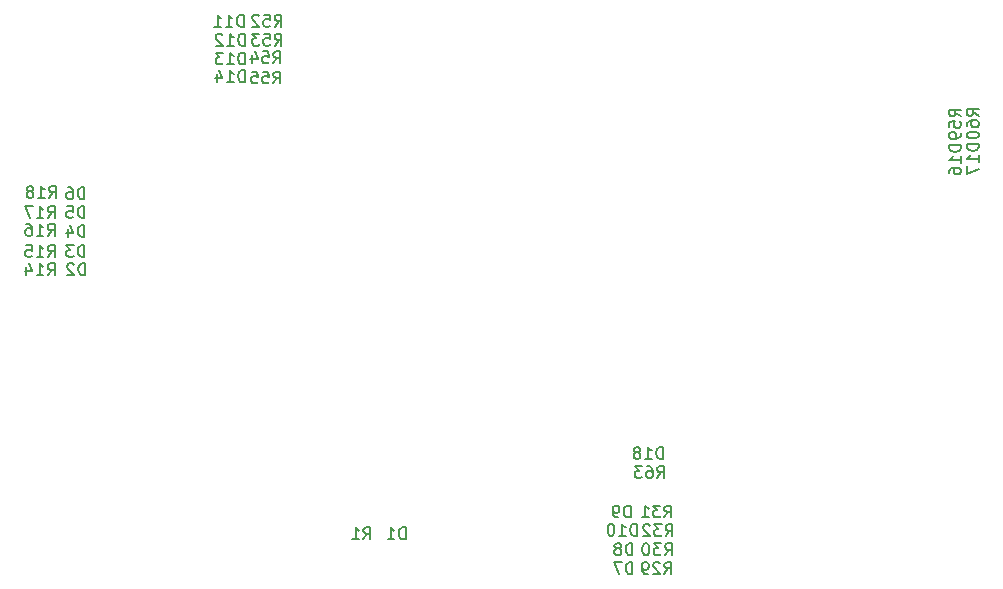
<source format=gbr>
G04 #@! TF.GenerationSoftware,KiCad,Pcbnew,(5.1.0)-1*
G04 #@! TF.CreationDate,2019-04-19T11:20:35+10:00*
G04 #@! TF.ProjectId,VNA,564e412e-6b69-4636-9164-5f7063625858,rev?*
G04 #@! TF.SameCoordinates,Original*
G04 #@! TF.FileFunction,Legend,Bot*
G04 #@! TF.FilePolarity,Positive*
%FSLAX46Y46*%
G04 Gerber Fmt 4.6, Leading zero omitted, Abs format (unit mm)*
G04 Created by KiCad (PCBNEW (5.1.0)-1) date 2019-04-19 11:20:35*
%MOMM*%
%LPD*%
G04 APERTURE LIST*
%ADD10C,0.150000*%
G04 APERTURE END LIST*
D10*
X157842857Y-116752380D02*
X158176190Y-116276190D01*
X158414285Y-116752380D02*
X158414285Y-115752380D01*
X158033333Y-115752380D01*
X157938095Y-115800000D01*
X157890476Y-115847619D01*
X157842857Y-115942857D01*
X157842857Y-116085714D01*
X157890476Y-116180952D01*
X157938095Y-116228571D01*
X158033333Y-116276190D01*
X158414285Y-116276190D01*
X156985714Y-115752380D02*
X157176190Y-115752380D01*
X157271428Y-115800000D01*
X157319047Y-115847619D01*
X157414285Y-115990476D01*
X157461904Y-116180952D01*
X157461904Y-116561904D01*
X157414285Y-116657142D01*
X157366666Y-116704761D01*
X157271428Y-116752380D01*
X157080952Y-116752380D01*
X156985714Y-116704761D01*
X156938095Y-116657142D01*
X156890476Y-116561904D01*
X156890476Y-116323809D01*
X156938095Y-116228571D01*
X156985714Y-116180952D01*
X157080952Y-116133333D01*
X157271428Y-116133333D01*
X157366666Y-116180952D01*
X157414285Y-116228571D01*
X157461904Y-116323809D01*
X156557142Y-115752380D02*
X155938095Y-115752380D01*
X156271428Y-116133333D01*
X156128571Y-116133333D01*
X156033333Y-116180952D01*
X155985714Y-116228571D01*
X155938095Y-116323809D01*
X155938095Y-116561904D01*
X155985714Y-116657142D01*
X156033333Y-116704761D01*
X156128571Y-116752380D01*
X156414285Y-116752380D01*
X156509523Y-116704761D01*
X156557142Y-116657142D01*
X158314285Y-115152380D02*
X158314285Y-114152380D01*
X158076190Y-114152380D01*
X157933333Y-114200000D01*
X157838095Y-114295238D01*
X157790476Y-114390476D01*
X157742857Y-114580952D01*
X157742857Y-114723809D01*
X157790476Y-114914285D01*
X157838095Y-115009523D01*
X157933333Y-115104761D01*
X158076190Y-115152380D01*
X158314285Y-115152380D01*
X156790476Y-115152380D02*
X157361904Y-115152380D01*
X157076190Y-115152380D02*
X157076190Y-114152380D01*
X157171428Y-114295238D01*
X157266666Y-114390476D01*
X157361904Y-114438095D01*
X156219047Y-114580952D02*
X156314285Y-114533333D01*
X156361904Y-114485714D01*
X156409523Y-114390476D01*
X156409523Y-114342857D01*
X156361904Y-114247619D01*
X156314285Y-114200000D01*
X156219047Y-114152380D01*
X156028571Y-114152380D01*
X155933333Y-114200000D01*
X155885714Y-114247619D01*
X155838095Y-114342857D01*
X155838095Y-114390476D01*
X155885714Y-114485714D01*
X155933333Y-114533333D01*
X156028571Y-114580952D01*
X156219047Y-114580952D01*
X156314285Y-114628571D01*
X156361904Y-114676190D01*
X156409523Y-114771428D01*
X156409523Y-114961904D01*
X156361904Y-115057142D01*
X156314285Y-115104761D01*
X156219047Y-115152380D01*
X156028571Y-115152380D01*
X155933333Y-115104761D01*
X155885714Y-115057142D01*
X155838095Y-114961904D01*
X155838095Y-114771428D01*
X155885714Y-114676190D01*
X155933333Y-114628571D01*
X156028571Y-114580952D01*
X136538095Y-121952380D02*
X136538095Y-120952380D01*
X136300000Y-120952380D01*
X136157142Y-121000000D01*
X136061904Y-121095238D01*
X136014285Y-121190476D01*
X135966666Y-121380952D01*
X135966666Y-121523809D01*
X136014285Y-121714285D01*
X136061904Y-121809523D01*
X136157142Y-121904761D01*
X136300000Y-121952380D01*
X136538095Y-121952380D01*
X135014285Y-121952380D02*
X135585714Y-121952380D01*
X135300000Y-121952380D02*
X135300000Y-120952380D01*
X135395238Y-121095238D01*
X135490476Y-121190476D01*
X135585714Y-121238095D01*
X109400595Y-99602380D02*
X109400595Y-98602380D01*
X109162500Y-98602380D01*
X109019642Y-98650000D01*
X108924404Y-98745238D01*
X108876785Y-98840476D01*
X108829166Y-99030952D01*
X108829166Y-99173809D01*
X108876785Y-99364285D01*
X108924404Y-99459523D01*
X109019642Y-99554761D01*
X109162500Y-99602380D01*
X109400595Y-99602380D01*
X108448214Y-98697619D02*
X108400595Y-98650000D01*
X108305357Y-98602380D01*
X108067261Y-98602380D01*
X107972023Y-98650000D01*
X107924404Y-98697619D01*
X107876785Y-98792857D01*
X107876785Y-98888095D01*
X107924404Y-99030952D01*
X108495833Y-99602380D01*
X107876785Y-99602380D01*
X109338095Y-98052380D02*
X109338095Y-97052380D01*
X109100000Y-97052380D01*
X108957142Y-97100000D01*
X108861904Y-97195238D01*
X108814285Y-97290476D01*
X108766666Y-97480952D01*
X108766666Y-97623809D01*
X108814285Y-97814285D01*
X108861904Y-97909523D01*
X108957142Y-98004761D01*
X109100000Y-98052380D01*
X109338095Y-98052380D01*
X108433333Y-97052380D02*
X107814285Y-97052380D01*
X108147619Y-97433333D01*
X108004761Y-97433333D01*
X107909523Y-97480952D01*
X107861904Y-97528571D01*
X107814285Y-97623809D01*
X107814285Y-97861904D01*
X107861904Y-97957142D01*
X107909523Y-98004761D01*
X108004761Y-98052380D01*
X108290476Y-98052380D01*
X108385714Y-98004761D01*
X108433333Y-97957142D01*
X109338095Y-96352380D02*
X109338095Y-95352380D01*
X109100000Y-95352380D01*
X108957142Y-95400000D01*
X108861904Y-95495238D01*
X108814285Y-95590476D01*
X108766666Y-95780952D01*
X108766666Y-95923809D01*
X108814285Y-96114285D01*
X108861904Y-96209523D01*
X108957142Y-96304761D01*
X109100000Y-96352380D01*
X109338095Y-96352380D01*
X107909523Y-95685714D02*
X107909523Y-96352380D01*
X108147619Y-95304761D02*
X108385714Y-96019047D01*
X107766666Y-96019047D01*
X109338095Y-94752380D02*
X109338095Y-93752380D01*
X109100000Y-93752380D01*
X108957142Y-93800000D01*
X108861904Y-93895238D01*
X108814285Y-93990476D01*
X108766666Y-94180952D01*
X108766666Y-94323809D01*
X108814285Y-94514285D01*
X108861904Y-94609523D01*
X108957142Y-94704761D01*
X109100000Y-94752380D01*
X109338095Y-94752380D01*
X107861904Y-93752380D02*
X108338095Y-93752380D01*
X108385714Y-94228571D01*
X108338095Y-94180952D01*
X108242857Y-94133333D01*
X108004761Y-94133333D01*
X107909523Y-94180952D01*
X107861904Y-94228571D01*
X107814285Y-94323809D01*
X107814285Y-94561904D01*
X107861904Y-94657142D01*
X107909523Y-94704761D01*
X108004761Y-94752380D01*
X108242857Y-94752380D01*
X108338095Y-94704761D01*
X108385714Y-94657142D01*
X109338095Y-93152380D02*
X109338095Y-92152380D01*
X109100000Y-92152380D01*
X108957142Y-92200000D01*
X108861904Y-92295238D01*
X108814285Y-92390476D01*
X108766666Y-92580952D01*
X108766666Y-92723809D01*
X108814285Y-92914285D01*
X108861904Y-93009523D01*
X108957142Y-93104761D01*
X109100000Y-93152380D01*
X109338095Y-93152380D01*
X107909523Y-92152380D02*
X108100000Y-92152380D01*
X108195238Y-92200000D01*
X108242857Y-92247619D01*
X108338095Y-92390476D01*
X108385714Y-92580952D01*
X108385714Y-92961904D01*
X108338095Y-93057142D01*
X108290476Y-93104761D01*
X108195238Y-93152380D01*
X108004761Y-93152380D01*
X107909523Y-93104761D01*
X107861904Y-93057142D01*
X107814285Y-92961904D01*
X107814285Y-92723809D01*
X107861904Y-92628571D01*
X107909523Y-92580952D01*
X108004761Y-92533333D01*
X108195238Y-92533333D01*
X108290476Y-92580952D01*
X108338095Y-92628571D01*
X108385714Y-92723809D01*
X155738095Y-124902380D02*
X155738095Y-123902380D01*
X155500000Y-123902380D01*
X155357142Y-123950000D01*
X155261904Y-124045238D01*
X155214285Y-124140476D01*
X155166666Y-124330952D01*
X155166666Y-124473809D01*
X155214285Y-124664285D01*
X155261904Y-124759523D01*
X155357142Y-124854761D01*
X155500000Y-124902380D01*
X155738095Y-124902380D01*
X154833333Y-123902380D02*
X154166666Y-123902380D01*
X154595238Y-124902380D01*
X155738095Y-123302380D02*
X155738095Y-122302380D01*
X155500000Y-122302380D01*
X155357142Y-122350000D01*
X155261904Y-122445238D01*
X155214285Y-122540476D01*
X155166666Y-122730952D01*
X155166666Y-122873809D01*
X155214285Y-123064285D01*
X155261904Y-123159523D01*
X155357142Y-123254761D01*
X155500000Y-123302380D01*
X155738095Y-123302380D01*
X154595238Y-122730952D02*
X154690476Y-122683333D01*
X154738095Y-122635714D01*
X154785714Y-122540476D01*
X154785714Y-122492857D01*
X154738095Y-122397619D01*
X154690476Y-122350000D01*
X154595238Y-122302380D01*
X154404761Y-122302380D01*
X154309523Y-122350000D01*
X154261904Y-122397619D01*
X154214285Y-122492857D01*
X154214285Y-122540476D01*
X154261904Y-122635714D01*
X154309523Y-122683333D01*
X154404761Y-122730952D01*
X154595238Y-122730952D01*
X154690476Y-122778571D01*
X154738095Y-122826190D01*
X154785714Y-122921428D01*
X154785714Y-123111904D01*
X154738095Y-123207142D01*
X154690476Y-123254761D01*
X154595238Y-123302380D01*
X154404761Y-123302380D01*
X154309523Y-123254761D01*
X154261904Y-123207142D01*
X154214285Y-123111904D01*
X154214285Y-122921428D01*
X154261904Y-122826190D01*
X154309523Y-122778571D01*
X154404761Y-122730952D01*
X155588095Y-120102380D02*
X155588095Y-119102380D01*
X155350000Y-119102380D01*
X155207142Y-119150000D01*
X155111904Y-119245238D01*
X155064285Y-119340476D01*
X155016666Y-119530952D01*
X155016666Y-119673809D01*
X155064285Y-119864285D01*
X155111904Y-119959523D01*
X155207142Y-120054761D01*
X155350000Y-120102380D01*
X155588095Y-120102380D01*
X154540476Y-120102380D02*
X154350000Y-120102380D01*
X154254761Y-120054761D01*
X154207142Y-120007142D01*
X154111904Y-119864285D01*
X154064285Y-119673809D01*
X154064285Y-119292857D01*
X154111904Y-119197619D01*
X154159523Y-119150000D01*
X154254761Y-119102380D01*
X154445238Y-119102380D01*
X154540476Y-119150000D01*
X154588095Y-119197619D01*
X154635714Y-119292857D01*
X154635714Y-119530952D01*
X154588095Y-119626190D01*
X154540476Y-119673809D01*
X154445238Y-119721428D01*
X154254761Y-119721428D01*
X154159523Y-119673809D01*
X154111904Y-119626190D01*
X154064285Y-119530952D01*
X156114285Y-121652380D02*
X156114285Y-120652380D01*
X155876190Y-120652380D01*
X155733333Y-120700000D01*
X155638095Y-120795238D01*
X155590476Y-120890476D01*
X155542857Y-121080952D01*
X155542857Y-121223809D01*
X155590476Y-121414285D01*
X155638095Y-121509523D01*
X155733333Y-121604761D01*
X155876190Y-121652380D01*
X156114285Y-121652380D01*
X154590476Y-121652380D02*
X155161904Y-121652380D01*
X154876190Y-121652380D02*
X154876190Y-120652380D01*
X154971428Y-120795238D01*
X155066666Y-120890476D01*
X155161904Y-120938095D01*
X153971428Y-120652380D02*
X153876190Y-120652380D01*
X153780952Y-120700000D01*
X153733333Y-120747619D01*
X153685714Y-120842857D01*
X153638095Y-121033333D01*
X153638095Y-121271428D01*
X153685714Y-121461904D01*
X153733333Y-121557142D01*
X153780952Y-121604761D01*
X153876190Y-121652380D01*
X153971428Y-121652380D01*
X154066666Y-121604761D01*
X154114285Y-121557142D01*
X154161904Y-121461904D01*
X154209523Y-121271428D01*
X154209523Y-121033333D01*
X154161904Y-120842857D01*
X154114285Y-120747619D01*
X154066666Y-120700000D01*
X153971428Y-120652380D01*
X122814285Y-78552380D02*
X122814285Y-77552380D01*
X122576190Y-77552380D01*
X122433333Y-77600000D01*
X122338095Y-77695238D01*
X122290476Y-77790476D01*
X122242857Y-77980952D01*
X122242857Y-78123809D01*
X122290476Y-78314285D01*
X122338095Y-78409523D01*
X122433333Y-78504761D01*
X122576190Y-78552380D01*
X122814285Y-78552380D01*
X121290476Y-78552380D02*
X121861904Y-78552380D01*
X121576190Y-78552380D02*
X121576190Y-77552380D01*
X121671428Y-77695238D01*
X121766666Y-77790476D01*
X121861904Y-77838095D01*
X120338095Y-78552380D02*
X120909523Y-78552380D01*
X120623809Y-78552380D02*
X120623809Y-77552380D01*
X120719047Y-77695238D01*
X120814285Y-77790476D01*
X120909523Y-77838095D01*
X122914285Y-80152380D02*
X122914285Y-79152380D01*
X122676190Y-79152380D01*
X122533333Y-79200000D01*
X122438095Y-79295238D01*
X122390476Y-79390476D01*
X122342857Y-79580952D01*
X122342857Y-79723809D01*
X122390476Y-79914285D01*
X122438095Y-80009523D01*
X122533333Y-80104761D01*
X122676190Y-80152380D01*
X122914285Y-80152380D01*
X121390476Y-80152380D02*
X121961904Y-80152380D01*
X121676190Y-80152380D02*
X121676190Y-79152380D01*
X121771428Y-79295238D01*
X121866666Y-79390476D01*
X121961904Y-79438095D01*
X121009523Y-79247619D02*
X120961904Y-79200000D01*
X120866666Y-79152380D01*
X120628571Y-79152380D01*
X120533333Y-79200000D01*
X120485714Y-79247619D01*
X120438095Y-79342857D01*
X120438095Y-79438095D01*
X120485714Y-79580952D01*
X121057142Y-80152380D01*
X120438095Y-80152380D01*
X122914285Y-81752380D02*
X122914285Y-80752380D01*
X122676190Y-80752380D01*
X122533333Y-80800000D01*
X122438095Y-80895238D01*
X122390476Y-80990476D01*
X122342857Y-81180952D01*
X122342857Y-81323809D01*
X122390476Y-81514285D01*
X122438095Y-81609523D01*
X122533333Y-81704761D01*
X122676190Y-81752380D01*
X122914285Y-81752380D01*
X121390476Y-81752380D02*
X121961904Y-81752380D01*
X121676190Y-81752380D02*
X121676190Y-80752380D01*
X121771428Y-80895238D01*
X121866666Y-80990476D01*
X121961904Y-81038095D01*
X121057142Y-80752380D02*
X120438095Y-80752380D01*
X120771428Y-81133333D01*
X120628571Y-81133333D01*
X120533333Y-81180952D01*
X120485714Y-81228571D01*
X120438095Y-81323809D01*
X120438095Y-81561904D01*
X120485714Y-81657142D01*
X120533333Y-81704761D01*
X120628571Y-81752380D01*
X120914285Y-81752380D01*
X121009523Y-81704761D01*
X121057142Y-81657142D01*
X122914285Y-83252380D02*
X122914285Y-82252380D01*
X122676190Y-82252380D01*
X122533333Y-82300000D01*
X122438095Y-82395238D01*
X122390476Y-82490476D01*
X122342857Y-82680952D01*
X122342857Y-82823809D01*
X122390476Y-83014285D01*
X122438095Y-83109523D01*
X122533333Y-83204761D01*
X122676190Y-83252380D01*
X122914285Y-83252380D01*
X121390476Y-83252380D02*
X121961904Y-83252380D01*
X121676190Y-83252380D02*
X121676190Y-82252380D01*
X121771428Y-82395238D01*
X121866666Y-82490476D01*
X121961904Y-82538095D01*
X120533333Y-82585714D02*
X120533333Y-83252380D01*
X120771428Y-82204761D02*
X121009523Y-82919047D01*
X120390476Y-82919047D01*
X183552380Y-88585714D02*
X182552380Y-88585714D01*
X182552380Y-88823809D01*
X182600000Y-88966666D01*
X182695238Y-89061904D01*
X182790476Y-89109523D01*
X182980952Y-89157142D01*
X183123809Y-89157142D01*
X183314285Y-89109523D01*
X183409523Y-89061904D01*
X183504761Y-88966666D01*
X183552380Y-88823809D01*
X183552380Y-88585714D01*
X183552380Y-90109523D02*
X183552380Y-89538095D01*
X183552380Y-89823809D02*
X182552380Y-89823809D01*
X182695238Y-89728571D01*
X182790476Y-89633333D01*
X182838095Y-89538095D01*
X182552380Y-90966666D02*
X182552380Y-90776190D01*
X182600000Y-90680952D01*
X182647619Y-90633333D01*
X182790476Y-90538095D01*
X182980952Y-90490476D01*
X183361904Y-90490476D01*
X183457142Y-90538095D01*
X183504761Y-90585714D01*
X183552380Y-90680952D01*
X183552380Y-90871428D01*
X183504761Y-90966666D01*
X183457142Y-91014285D01*
X183361904Y-91061904D01*
X183123809Y-91061904D01*
X183028571Y-91014285D01*
X182980952Y-90966666D01*
X182933333Y-90871428D01*
X182933333Y-90680952D01*
X182980952Y-90585714D01*
X183028571Y-90538095D01*
X183123809Y-90490476D01*
X185052380Y-88485714D02*
X184052380Y-88485714D01*
X184052380Y-88723809D01*
X184100000Y-88866666D01*
X184195238Y-88961904D01*
X184290476Y-89009523D01*
X184480952Y-89057142D01*
X184623809Y-89057142D01*
X184814285Y-89009523D01*
X184909523Y-88961904D01*
X185004761Y-88866666D01*
X185052380Y-88723809D01*
X185052380Y-88485714D01*
X185052380Y-90009523D02*
X185052380Y-89438095D01*
X185052380Y-89723809D02*
X184052380Y-89723809D01*
X184195238Y-89628571D01*
X184290476Y-89533333D01*
X184338095Y-89438095D01*
X184052380Y-90342857D02*
X184052380Y-91009523D01*
X185052380Y-90580952D01*
X132966666Y-121952380D02*
X133300000Y-121476190D01*
X133538095Y-121952380D02*
X133538095Y-120952380D01*
X133157142Y-120952380D01*
X133061904Y-121000000D01*
X133014285Y-121047619D01*
X132966666Y-121142857D01*
X132966666Y-121285714D01*
X133014285Y-121380952D01*
X133061904Y-121428571D01*
X133157142Y-121476190D01*
X133538095Y-121476190D01*
X132014285Y-121952380D02*
X132585714Y-121952380D01*
X132300000Y-121952380D02*
X132300000Y-120952380D01*
X132395238Y-121095238D01*
X132490476Y-121190476D01*
X132585714Y-121238095D01*
X106242857Y-99602380D02*
X106576190Y-99126190D01*
X106814285Y-99602380D02*
X106814285Y-98602380D01*
X106433333Y-98602380D01*
X106338095Y-98650000D01*
X106290476Y-98697619D01*
X106242857Y-98792857D01*
X106242857Y-98935714D01*
X106290476Y-99030952D01*
X106338095Y-99078571D01*
X106433333Y-99126190D01*
X106814285Y-99126190D01*
X105290476Y-99602380D02*
X105861904Y-99602380D01*
X105576190Y-99602380D02*
X105576190Y-98602380D01*
X105671428Y-98745238D01*
X105766666Y-98840476D01*
X105861904Y-98888095D01*
X104433333Y-98935714D02*
X104433333Y-99602380D01*
X104671428Y-98554761D02*
X104909523Y-99269047D01*
X104290476Y-99269047D01*
X106242857Y-98052380D02*
X106576190Y-97576190D01*
X106814285Y-98052380D02*
X106814285Y-97052380D01*
X106433333Y-97052380D01*
X106338095Y-97100000D01*
X106290476Y-97147619D01*
X106242857Y-97242857D01*
X106242857Y-97385714D01*
X106290476Y-97480952D01*
X106338095Y-97528571D01*
X106433333Y-97576190D01*
X106814285Y-97576190D01*
X105290476Y-98052380D02*
X105861904Y-98052380D01*
X105576190Y-98052380D02*
X105576190Y-97052380D01*
X105671428Y-97195238D01*
X105766666Y-97290476D01*
X105861904Y-97338095D01*
X104385714Y-97052380D02*
X104861904Y-97052380D01*
X104909523Y-97528571D01*
X104861904Y-97480952D01*
X104766666Y-97433333D01*
X104528571Y-97433333D01*
X104433333Y-97480952D01*
X104385714Y-97528571D01*
X104338095Y-97623809D01*
X104338095Y-97861904D01*
X104385714Y-97957142D01*
X104433333Y-98004761D01*
X104528571Y-98052380D01*
X104766666Y-98052380D01*
X104861904Y-98004761D01*
X104909523Y-97957142D01*
X106242857Y-96252380D02*
X106576190Y-95776190D01*
X106814285Y-96252380D02*
X106814285Y-95252380D01*
X106433333Y-95252380D01*
X106338095Y-95300000D01*
X106290476Y-95347619D01*
X106242857Y-95442857D01*
X106242857Y-95585714D01*
X106290476Y-95680952D01*
X106338095Y-95728571D01*
X106433333Y-95776190D01*
X106814285Y-95776190D01*
X105290476Y-96252380D02*
X105861904Y-96252380D01*
X105576190Y-96252380D02*
X105576190Y-95252380D01*
X105671428Y-95395238D01*
X105766666Y-95490476D01*
X105861904Y-95538095D01*
X104433333Y-95252380D02*
X104623809Y-95252380D01*
X104719047Y-95300000D01*
X104766666Y-95347619D01*
X104861904Y-95490476D01*
X104909523Y-95680952D01*
X104909523Y-96061904D01*
X104861904Y-96157142D01*
X104814285Y-96204761D01*
X104719047Y-96252380D01*
X104528571Y-96252380D01*
X104433333Y-96204761D01*
X104385714Y-96157142D01*
X104338095Y-96061904D01*
X104338095Y-95823809D01*
X104385714Y-95728571D01*
X104433333Y-95680952D01*
X104528571Y-95633333D01*
X104719047Y-95633333D01*
X104814285Y-95680952D01*
X104861904Y-95728571D01*
X104909523Y-95823809D01*
X106242857Y-94752380D02*
X106576190Y-94276190D01*
X106814285Y-94752380D02*
X106814285Y-93752380D01*
X106433333Y-93752380D01*
X106338095Y-93800000D01*
X106290476Y-93847619D01*
X106242857Y-93942857D01*
X106242857Y-94085714D01*
X106290476Y-94180952D01*
X106338095Y-94228571D01*
X106433333Y-94276190D01*
X106814285Y-94276190D01*
X105290476Y-94752380D02*
X105861904Y-94752380D01*
X105576190Y-94752380D02*
X105576190Y-93752380D01*
X105671428Y-93895238D01*
X105766666Y-93990476D01*
X105861904Y-94038095D01*
X104957142Y-93752380D02*
X104290476Y-93752380D01*
X104719047Y-94752380D01*
X106342857Y-93052380D02*
X106676190Y-92576190D01*
X106914285Y-93052380D02*
X106914285Y-92052380D01*
X106533333Y-92052380D01*
X106438095Y-92100000D01*
X106390476Y-92147619D01*
X106342857Y-92242857D01*
X106342857Y-92385714D01*
X106390476Y-92480952D01*
X106438095Y-92528571D01*
X106533333Y-92576190D01*
X106914285Y-92576190D01*
X105390476Y-93052380D02*
X105961904Y-93052380D01*
X105676190Y-93052380D02*
X105676190Y-92052380D01*
X105771428Y-92195238D01*
X105866666Y-92290476D01*
X105961904Y-92338095D01*
X104819047Y-92480952D02*
X104914285Y-92433333D01*
X104961904Y-92385714D01*
X105009523Y-92290476D01*
X105009523Y-92242857D01*
X104961904Y-92147619D01*
X104914285Y-92100000D01*
X104819047Y-92052380D01*
X104628571Y-92052380D01*
X104533333Y-92100000D01*
X104485714Y-92147619D01*
X104438095Y-92242857D01*
X104438095Y-92290476D01*
X104485714Y-92385714D01*
X104533333Y-92433333D01*
X104628571Y-92480952D01*
X104819047Y-92480952D01*
X104914285Y-92528571D01*
X104961904Y-92576190D01*
X105009523Y-92671428D01*
X105009523Y-92861904D01*
X104961904Y-92957142D01*
X104914285Y-93004761D01*
X104819047Y-93052380D01*
X104628571Y-93052380D01*
X104533333Y-93004761D01*
X104485714Y-92957142D01*
X104438095Y-92861904D01*
X104438095Y-92671428D01*
X104485714Y-92576190D01*
X104533333Y-92528571D01*
X104628571Y-92480952D01*
X158442857Y-124902380D02*
X158776190Y-124426190D01*
X159014285Y-124902380D02*
X159014285Y-123902380D01*
X158633333Y-123902380D01*
X158538095Y-123950000D01*
X158490476Y-123997619D01*
X158442857Y-124092857D01*
X158442857Y-124235714D01*
X158490476Y-124330952D01*
X158538095Y-124378571D01*
X158633333Y-124426190D01*
X159014285Y-124426190D01*
X158061904Y-123997619D02*
X158014285Y-123950000D01*
X157919047Y-123902380D01*
X157680952Y-123902380D01*
X157585714Y-123950000D01*
X157538095Y-123997619D01*
X157490476Y-124092857D01*
X157490476Y-124188095D01*
X157538095Y-124330952D01*
X158109523Y-124902380D01*
X157490476Y-124902380D01*
X157014285Y-124902380D02*
X156823809Y-124902380D01*
X156728571Y-124854761D01*
X156680952Y-124807142D01*
X156585714Y-124664285D01*
X156538095Y-124473809D01*
X156538095Y-124092857D01*
X156585714Y-123997619D01*
X156633333Y-123950000D01*
X156728571Y-123902380D01*
X156919047Y-123902380D01*
X157014285Y-123950000D01*
X157061904Y-123997619D01*
X157109523Y-124092857D01*
X157109523Y-124330952D01*
X157061904Y-124426190D01*
X157014285Y-124473809D01*
X156919047Y-124521428D01*
X156728571Y-124521428D01*
X156633333Y-124473809D01*
X156585714Y-124426190D01*
X156538095Y-124330952D01*
X158492857Y-123302380D02*
X158826190Y-122826190D01*
X159064285Y-123302380D02*
X159064285Y-122302380D01*
X158683333Y-122302380D01*
X158588095Y-122350000D01*
X158540476Y-122397619D01*
X158492857Y-122492857D01*
X158492857Y-122635714D01*
X158540476Y-122730952D01*
X158588095Y-122778571D01*
X158683333Y-122826190D01*
X159064285Y-122826190D01*
X158159523Y-122302380D02*
X157540476Y-122302380D01*
X157873809Y-122683333D01*
X157730952Y-122683333D01*
X157635714Y-122730952D01*
X157588095Y-122778571D01*
X157540476Y-122873809D01*
X157540476Y-123111904D01*
X157588095Y-123207142D01*
X157635714Y-123254761D01*
X157730952Y-123302380D01*
X158016666Y-123302380D01*
X158111904Y-123254761D01*
X158159523Y-123207142D01*
X156921428Y-122302380D02*
X156826190Y-122302380D01*
X156730952Y-122350000D01*
X156683333Y-122397619D01*
X156635714Y-122492857D01*
X156588095Y-122683333D01*
X156588095Y-122921428D01*
X156635714Y-123111904D01*
X156683333Y-123207142D01*
X156730952Y-123254761D01*
X156826190Y-123302380D01*
X156921428Y-123302380D01*
X157016666Y-123254761D01*
X157064285Y-123207142D01*
X157111904Y-123111904D01*
X157159523Y-122921428D01*
X157159523Y-122683333D01*
X157111904Y-122492857D01*
X157064285Y-122397619D01*
X157016666Y-122350000D01*
X156921428Y-122302380D01*
X158442857Y-120102380D02*
X158776190Y-119626190D01*
X159014285Y-120102380D02*
X159014285Y-119102380D01*
X158633333Y-119102380D01*
X158538095Y-119150000D01*
X158490476Y-119197619D01*
X158442857Y-119292857D01*
X158442857Y-119435714D01*
X158490476Y-119530952D01*
X158538095Y-119578571D01*
X158633333Y-119626190D01*
X159014285Y-119626190D01*
X158109523Y-119102380D02*
X157490476Y-119102380D01*
X157823809Y-119483333D01*
X157680952Y-119483333D01*
X157585714Y-119530952D01*
X157538095Y-119578571D01*
X157490476Y-119673809D01*
X157490476Y-119911904D01*
X157538095Y-120007142D01*
X157585714Y-120054761D01*
X157680952Y-120102380D01*
X157966666Y-120102380D01*
X158061904Y-120054761D01*
X158109523Y-120007142D01*
X156538095Y-120102380D02*
X157109523Y-120102380D01*
X156823809Y-120102380D02*
X156823809Y-119102380D01*
X156919047Y-119245238D01*
X157014285Y-119340476D01*
X157109523Y-119388095D01*
X158542857Y-121702380D02*
X158876190Y-121226190D01*
X159114285Y-121702380D02*
X159114285Y-120702380D01*
X158733333Y-120702380D01*
X158638095Y-120750000D01*
X158590476Y-120797619D01*
X158542857Y-120892857D01*
X158542857Y-121035714D01*
X158590476Y-121130952D01*
X158638095Y-121178571D01*
X158733333Y-121226190D01*
X159114285Y-121226190D01*
X158209523Y-120702380D02*
X157590476Y-120702380D01*
X157923809Y-121083333D01*
X157780952Y-121083333D01*
X157685714Y-121130952D01*
X157638095Y-121178571D01*
X157590476Y-121273809D01*
X157590476Y-121511904D01*
X157638095Y-121607142D01*
X157685714Y-121654761D01*
X157780952Y-121702380D01*
X158066666Y-121702380D01*
X158161904Y-121654761D01*
X158209523Y-121607142D01*
X157209523Y-120797619D02*
X157161904Y-120750000D01*
X157066666Y-120702380D01*
X156828571Y-120702380D01*
X156733333Y-120750000D01*
X156685714Y-120797619D01*
X156638095Y-120892857D01*
X156638095Y-120988095D01*
X156685714Y-121130952D01*
X157257142Y-121702380D01*
X156638095Y-121702380D01*
X125442857Y-78552380D02*
X125776190Y-78076190D01*
X126014285Y-78552380D02*
X126014285Y-77552380D01*
X125633333Y-77552380D01*
X125538095Y-77600000D01*
X125490476Y-77647619D01*
X125442857Y-77742857D01*
X125442857Y-77885714D01*
X125490476Y-77980952D01*
X125538095Y-78028571D01*
X125633333Y-78076190D01*
X126014285Y-78076190D01*
X124538095Y-77552380D02*
X125014285Y-77552380D01*
X125061904Y-78028571D01*
X125014285Y-77980952D01*
X124919047Y-77933333D01*
X124680952Y-77933333D01*
X124585714Y-77980952D01*
X124538095Y-78028571D01*
X124490476Y-78123809D01*
X124490476Y-78361904D01*
X124538095Y-78457142D01*
X124585714Y-78504761D01*
X124680952Y-78552380D01*
X124919047Y-78552380D01*
X125014285Y-78504761D01*
X125061904Y-78457142D01*
X124109523Y-77647619D02*
X124061904Y-77600000D01*
X123966666Y-77552380D01*
X123728571Y-77552380D01*
X123633333Y-77600000D01*
X123585714Y-77647619D01*
X123538095Y-77742857D01*
X123538095Y-77838095D01*
X123585714Y-77980952D01*
X124157142Y-78552380D01*
X123538095Y-78552380D01*
X125442857Y-80152380D02*
X125776190Y-79676190D01*
X126014285Y-80152380D02*
X126014285Y-79152380D01*
X125633333Y-79152380D01*
X125538095Y-79200000D01*
X125490476Y-79247619D01*
X125442857Y-79342857D01*
X125442857Y-79485714D01*
X125490476Y-79580952D01*
X125538095Y-79628571D01*
X125633333Y-79676190D01*
X126014285Y-79676190D01*
X124538095Y-79152380D02*
X125014285Y-79152380D01*
X125061904Y-79628571D01*
X125014285Y-79580952D01*
X124919047Y-79533333D01*
X124680952Y-79533333D01*
X124585714Y-79580952D01*
X124538095Y-79628571D01*
X124490476Y-79723809D01*
X124490476Y-79961904D01*
X124538095Y-80057142D01*
X124585714Y-80104761D01*
X124680952Y-80152380D01*
X124919047Y-80152380D01*
X125014285Y-80104761D01*
X125061904Y-80057142D01*
X124157142Y-79152380D02*
X123538095Y-79152380D01*
X123871428Y-79533333D01*
X123728571Y-79533333D01*
X123633333Y-79580952D01*
X123585714Y-79628571D01*
X123538095Y-79723809D01*
X123538095Y-79961904D01*
X123585714Y-80057142D01*
X123633333Y-80104761D01*
X123728571Y-80152380D01*
X124014285Y-80152380D01*
X124109523Y-80104761D01*
X124157142Y-80057142D01*
X125342857Y-81652380D02*
X125676190Y-81176190D01*
X125914285Y-81652380D02*
X125914285Y-80652380D01*
X125533333Y-80652380D01*
X125438095Y-80700000D01*
X125390476Y-80747619D01*
X125342857Y-80842857D01*
X125342857Y-80985714D01*
X125390476Y-81080952D01*
X125438095Y-81128571D01*
X125533333Y-81176190D01*
X125914285Y-81176190D01*
X124438095Y-80652380D02*
X124914285Y-80652380D01*
X124961904Y-81128571D01*
X124914285Y-81080952D01*
X124819047Y-81033333D01*
X124580952Y-81033333D01*
X124485714Y-81080952D01*
X124438095Y-81128571D01*
X124390476Y-81223809D01*
X124390476Y-81461904D01*
X124438095Y-81557142D01*
X124485714Y-81604761D01*
X124580952Y-81652380D01*
X124819047Y-81652380D01*
X124914285Y-81604761D01*
X124961904Y-81557142D01*
X123533333Y-80985714D02*
X123533333Y-81652380D01*
X123771428Y-80604761D02*
X124009523Y-81319047D01*
X123390476Y-81319047D01*
X125342857Y-83352380D02*
X125676190Y-82876190D01*
X125914285Y-83352380D02*
X125914285Y-82352380D01*
X125533333Y-82352380D01*
X125438095Y-82400000D01*
X125390476Y-82447619D01*
X125342857Y-82542857D01*
X125342857Y-82685714D01*
X125390476Y-82780952D01*
X125438095Y-82828571D01*
X125533333Y-82876190D01*
X125914285Y-82876190D01*
X124438095Y-82352380D02*
X124914285Y-82352380D01*
X124961904Y-82828571D01*
X124914285Y-82780952D01*
X124819047Y-82733333D01*
X124580952Y-82733333D01*
X124485714Y-82780952D01*
X124438095Y-82828571D01*
X124390476Y-82923809D01*
X124390476Y-83161904D01*
X124438095Y-83257142D01*
X124485714Y-83304761D01*
X124580952Y-83352380D01*
X124819047Y-83352380D01*
X124914285Y-83304761D01*
X124961904Y-83257142D01*
X123485714Y-82352380D02*
X123961904Y-82352380D01*
X124009523Y-82828571D01*
X123961904Y-82780952D01*
X123866666Y-82733333D01*
X123628571Y-82733333D01*
X123533333Y-82780952D01*
X123485714Y-82828571D01*
X123438095Y-82923809D01*
X123438095Y-83161904D01*
X123485714Y-83257142D01*
X123533333Y-83304761D01*
X123628571Y-83352380D01*
X123866666Y-83352380D01*
X123961904Y-83304761D01*
X124009523Y-83257142D01*
X183552380Y-86157142D02*
X183076190Y-85823809D01*
X183552380Y-85585714D02*
X182552380Y-85585714D01*
X182552380Y-85966666D01*
X182600000Y-86061904D01*
X182647619Y-86109523D01*
X182742857Y-86157142D01*
X182885714Y-86157142D01*
X182980952Y-86109523D01*
X183028571Y-86061904D01*
X183076190Y-85966666D01*
X183076190Y-85585714D01*
X182552380Y-87061904D02*
X182552380Y-86585714D01*
X183028571Y-86538095D01*
X182980952Y-86585714D01*
X182933333Y-86680952D01*
X182933333Y-86919047D01*
X182980952Y-87014285D01*
X183028571Y-87061904D01*
X183123809Y-87109523D01*
X183361904Y-87109523D01*
X183457142Y-87061904D01*
X183504761Y-87014285D01*
X183552380Y-86919047D01*
X183552380Y-86680952D01*
X183504761Y-86585714D01*
X183457142Y-86538095D01*
X183552380Y-87585714D02*
X183552380Y-87776190D01*
X183504761Y-87871428D01*
X183457142Y-87919047D01*
X183314285Y-88014285D01*
X183123809Y-88061904D01*
X182742857Y-88061904D01*
X182647619Y-88014285D01*
X182600000Y-87966666D01*
X182552380Y-87871428D01*
X182552380Y-87680952D01*
X182600000Y-87585714D01*
X182647619Y-87538095D01*
X182742857Y-87490476D01*
X182980952Y-87490476D01*
X183076190Y-87538095D01*
X183123809Y-87585714D01*
X183171428Y-87680952D01*
X183171428Y-87871428D01*
X183123809Y-87966666D01*
X183076190Y-88014285D01*
X182980952Y-88061904D01*
X185052380Y-86107142D02*
X184576190Y-85773809D01*
X185052380Y-85535714D02*
X184052380Y-85535714D01*
X184052380Y-85916666D01*
X184100000Y-86011904D01*
X184147619Y-86059523D01*
X184242857Y-86107142D01*
X184385714Y-86107142D01*
X184480952Y-86059523D01*
X184528571Y-86011904D01*
X184576190Y-85916666D01*
X184576190Y-85535714D01*
X184052380Y-86964285D02*
X184052380Y-86773809D01*
X184100000Y-86678571D01*
X184147619Y-86630952D01*
X184290476Y-86535714D01*
X184480952Y-86488095D01*
X184861904Y-86488095D01*
X184957142Y-86535714D01*
X185004761Y-86583333D01*
X185052380Y-86678571D01*
X185052380Y-86869047D01*
X185004761Y-86964285D01*
X184957142Y-87011904D01*
X184861904Y-87059523D01*
X184623809Y-87059523D01*
X184528571Y-87011904D01*
X184480952Y-86964285D01*
X184433333Y-86869047D01*
X184433333Y-86678571D01*
X184480952Y-86583333D01*
X184528571Y-86535714D01*
X184623809Y-86488095D01*
X184052380Y-87678571D02*
X184052380Y-87773809D01*
X184100000Y-87869047D01*
X184147619Y-87916666D01*
X184242857Y-87964285D01*
X184433333Y-88011904D01*
X184671428Y-88011904D01*
X184861904Y-87964285D01*
X184957142Y-87916666D01*
X185004761Y-87869047D01*
X185052380Y-87773809D01*
X185052380Y-87678571D01*
X185004761Y-87583333D01*
X184957142Y-87535714D01*
X184861904Y-87488095D01*
X184671428Y-87440476D01*
X184433333Y-87440476D01*
X184242857Y-87488095D01*
X184147619Y-87535714D01*
X184100000Y-87583333D01*
X184052380Y-87678571D01*
M02*

</source>
